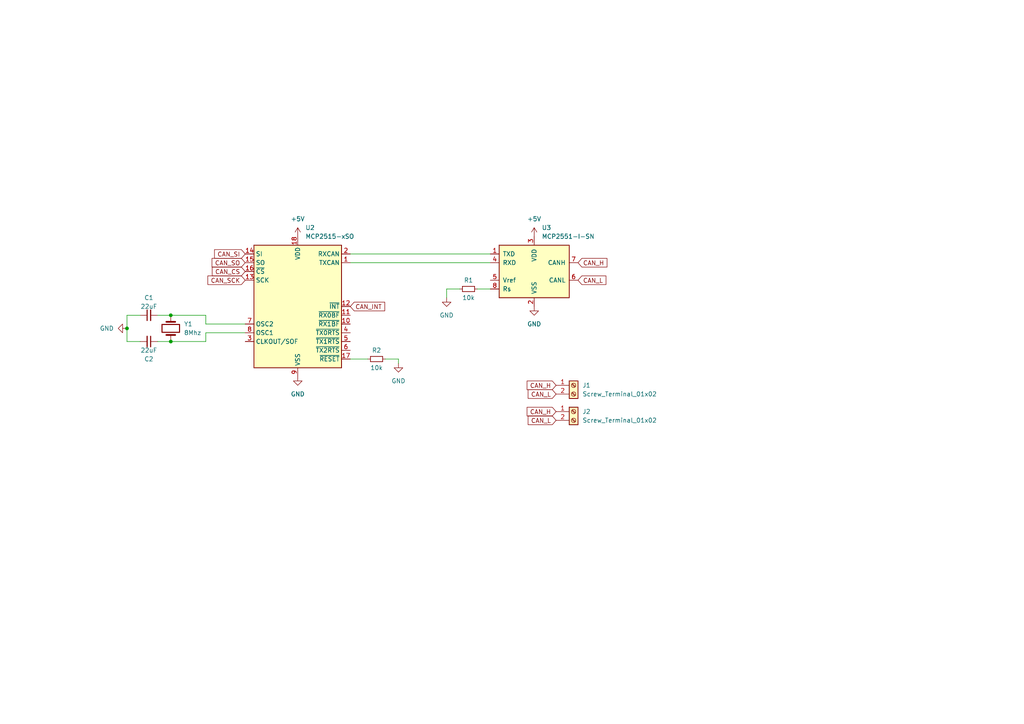
<source format=kicad_sch>
(kicad_sch (version 20230121) (generator eeschema)
  (paper "A4")
  (lib_symbols
    (symbol "Connector:Screw_Terminal_01x02" (pin_names (offset 1.016) hide)
      (property "Reference" "J" (at 0 2.54 0))
      (property "Value" "Screw_Terminal_01x02" (at 0 -5.08 0))
      (symbol "Screw_Terminal_01x02_1_1"
        (rectangle (start -1.27 1.27) (end 1.27 -3.81) (stroke (width 0.254)) (fill (type background)))
        (circle (center 0 -2.54) (radius 0.635) (stroke (width 0.1524)))
        (polyline (pts (xy -0.5334 -2.2098) (xy 0.3302 -3.048)) (stroke (width 0.1524)))
        (polyline (pts (xy -0.5334 0.3302) (xy 0.3302 -0.508)) (stroke (width 0.1524)))
        (polyline (pts (xy -0.3556 -2.032) (xy 0.508 -2.8702)) (stroke (width 0.1524)))
        (polyline (pts (xy -0.3556 0.508) (xy 0.508 -0.3302)) (stroke (width 0.1524)))
        (circle (center 0 0) (radius 0.635) (stroke (width 0.1524)))
        (pin passive line (at -5.08 0 0) (length 3.81) (name "Pin_1") (number "1"))
        (pin passive line (at -5.08 -2.54 0) (length 3.81) (name "Pin_2") (number "2"))
      )
    )
    (symbol "Device:C_Small" (pin_numbers hide) (pin_names (offset 0.254) hide)
      (property "Reference" "C" (at 0.254 1.778 0))
      (property "Value" "C_Small" (at 0.254 -2.032 0))
      (symbol "C_Small_0_1"
        (polyline (pts (xy -1.524 -0.508) (xy 1.524 -0.508)) (stroke (width 0.3302)))
        (polyline (pts (xy -1.524 0.508) (xy 1.524 0.508)) (stroke (width 0.3048)))
      )
      (symbol "C_Small_1_1"
        (pin passive line (at 0 2.54 270) (length 2.032) (name "~") (number "1"))
        (pin passive line (at 0 -2.54 90) (length 2.032) (name "~") (number "2"))
      )
    )
    (symbol "Device:Crystal" (pin_numbers hide) (pin_names (offset 1.016) hide)
      (property "Reference" "Y" (at 0 3.81 0))
      (property "Value" "Crystal" (at 0 -3.81 0))
      (symbol "Crystal_0_1"
        (rectangle (start -1.143 2.54) (end 1.143 -2.54) (stroke (width 0.3048)))
        (polyline (pts (xy -2.54 0) (xy -1.905 0)))
        (polyline (pts (xy -1.905 -1.27) (xy -1.905 1.27)) (stroke (width 0.508)))
        (polyline (pts (xy 1.905 -1.27) (xy 1.905 1.27)) (stroke (width 0.508)))
        (polyline (pts (xy 2.54 0) (xy 1.905 0)))
      )
      (symbol "Crystal_1_1"
        (pin passive line (at -3.81 0 0) (length 1.27) (name "1") (number "1"))
        (pin passive line (at 3.81 0 180) (length 1.27) (name "2") (number "2"))
      )
    )
    (symbol "Device:R_Small" (pin_numbers hide) (pin_names (offset 0.254) hide)
      (property "Reference" "R" (at 0.762 0.508 0))
      (property "Value" "R_Small" (at 0.762 -1.016 0))
      (symbol "R_Small_0_1"
        (rectangle (start -0.762 1.778) (end 0.762 -1.778) (stroke (width 0.2032)))
      )
      (symbol "R_Small_1_1"
        (pin passive line (at 0 2.54 270) (length 0.762) (name "~") (number "1"))
        (pin passive line (at 0 -2.54 90) (length 0.762) (name "~") (number "2"))
      )
    )
    (symbol "Interface_CAN_LIN:MCP2515-xSO"
      (property "Reference" "U" (at -10.16 19.685 0))
      (property "Value" "MCP2515-xSO" (at 19.05 20.32 0))
      (symbol "MCP2515-xSO_0_1"
        (rectangle (start -12.7 17.78) (end 12.7 -17.78) (stroke (width 0.254)) (fill (type background)))
      )
      (symbol "MCP2515-xSO_1_1"
        (pin output line (at 15.24 12.7 180) (length 2.54) (name "TXCAN") (number "1"))
        (pin output line (at 15.24 -5.08 180) (length 2.54) (name "~{RX1BF}") (number "10"))
        (pin output line (at 15.24 -2.54 180) (length 2.54) (name "~{RX0BF}") (number "11"))
        (pin output line (at 15.24 0 180) (length 2.54) (name "~{INT}") (number "12"))
        (pin input line (at -15.24 7.62 0) (length 2.54) (name "SCK") (number "13"))
        (pin input line (at -15.24 15.24 0) (length 2.54) (name "SI") (number "14"))
        (pin output line (at -15.24 12.7 0) (length 2.54) (name "SO") (number "15"))
        (pin input line (at -15.24 10.16 0) (length 2.54) (name "~{CS}") (number "16"))
        (pin input line (at 15.24 -15.24 180) (length 2.54) (name "~{RESET}") (number "17"))
        (pin power_in line (at 0 20.32 270) (length 2.54) (name "VDD") (number "18"))
        (pin input line (at 15.24 15.24 180) (length 2.54) (name "RXCAN") (number "2"))
        (pin output line (at -15.24 -10.16 0) (length 2.54) (name "CLKOUT/SOF") (number "3"))
        (pin input line (at 15.24 -7.62 180) (length 2.54) (name "~{TX0RTS}") (number "4"))
        (pin input line (at 15.24 -10.16 180) (length 2.54) (name "~{TX1RTS}") (number "5"))
        (pin input line (at 15.24 -12.7 180) (length 2.54) (name "~{TX2RTS}") (number "6"))
        (pin output line (at -15.24 -5.08 0) (length 2.54) (name "OSC2") (number "7"))
        (pin input line (at -15.24 -7.62 0) (length 2.54) (name "OSC1") (number "8"))
        (pin power_in line (at 0 -20.32 90) (length 2.54) (name "VSS") (number "9"))
      )
    )
    (symbol "Interface_CAN_LIN:MCP2551-I-SN" (pin_names (offset 1.016))
      (property "Reference" "U" (at -10.16 8.89 0))
      (property "Value" "MCP2551-I-SN" (at 2.54 8.89 0))
      (symbol "MCP2551-I-SN_0_1"
        (rectangle (start -10.16 7.62) (end 10.16 -7.62) (stroke (width 0.254)) (fill (type background)))
      )
      (symbol "MCP2551-I-SN_1_1"
        (pin input line (at -12.7 5.08 0) (length 2.54) (name "TXD") (number "1"))
        (pin power_in line (at 0 -10.16 90) (length 2.54) (name "VSS") (number "2"))
        (pin power_in line (at 0 10.16 270) (length 2.54) (name "VDD") (number "3"))
        (pin output line (at -12.7 2.54 0) (length 2.54) (name "RXD") (number "4"))
        (pin power_out line (at -12.7 -2.54 0) (length 2.54) (name "Vref") (number "5"))
        (pin bidirectional line (at 12.7 -2.54 180) (length 2.54) (name "CANL") (number "6"))
        (pin bidirectional line (at 12.7 2.54 180) (length 2.54) (name "CANH") (number "7"))
        (pin input line (at -12.7 -5.08 0) (length 2.54) (name "Rs") (number "8"))
      )
    )
    (symbol "power:+5V" (power) (pin_names (offset 0))
      (property "Value" "+5V" (at 0 3.556 0))
      (symbol "+5V_0_1"
        (polyline (pts (xy -0.762 1.27) (xy 0 2.54)))
        (polyline (pts (xy 0 0) (xy 0 2.54)))
        (polyline (pts (xy 0 2.54) (xy 0.762 1.27)))
      )
      (symbol "+5V_1_1"
        (pin power_in line (at 0 0 90) (length 0) hide (name "+5V") (number "1"))
      )
    )
    (symbol "power:GND" (power) (pin_names (offset 0))
      (property "Value" "GND" (at 0 -3.81 0))
      (symbol "GND_0_1"
        (polyline (pts (xy 0 0) (xy 0 -1.27) (xy 1.27 -1.27) (xy 0 -2.54) (xy -1.27 -1.27) (xy 0 -1.27)))
      )
      (symbol "GND_1_1"
        (pin power_in line (at 0 0 270) (length 0) hide (name "GND") (number "1"))
      )
    )
  )
  (junction (at 49.53 99.06))
  (junction (at 49.53 91.44))
  (junction (at 36.83 95.25))
  (wire (pts (xy 138.43 83.82) (xy 142.24 83.82)))
  (wire (pts (xy 49.53 99.06) (xy 59.69 99.06)))
  (wire (pts (xy 129.54 83.82) (xy 133.35 83.82)))
  (wire (pts (xy 59.69 93.98) (xy 71.12 93.98)))
  (wire (pts (xy 101.6 104.14) (xy 106.68 104.14)))
  (wire (pts (xy 36.83 95.25) (xy 36.83 91.44)))
  (wire (pts (xy 45.72 91.44) (xy 49.53 91.44)))
  (wire (pts (xy 59.69 96.52) (xy 71.12 96.52)))
  (wire (pts (xy 59.69 99.06) (xy 59.69 96.52)))
  (wire (pts (xy 115.57 104.14) (xy 115.57 105.41)))
  (wire (pts (xy 111.76 104.14) (xy 115.57 104.14)))
  (wire (pts (xy 101.6 73.66) (xy 142.24 73.66)))
  (wire (pts (xy 36.83 99.06) (xy 40.64 99.06)))
  (wire (pts (xy 36.83 91.44) (xy 40.64 91.44)))
  (wire (pts (xy 101.6 76.2) (xy 142.24 76.2)))
  (wire (pts (xy 59.69 91.44) (xy 59.69 93.98)))
  (wire (pts (xy 49.53 91.44) (xy 59.69 91.44)))
  (wire (pts (xy 36.83 95.25) (xy 36.83 99.06)))
  (wire (pts (xy 129.54 86.36) (xy 129.54 83.82)))
  (wire (pts (xy 45.72 99.06) (xy 49.53 99.06)))
  (global_label "CAN_L" (shape input) (at 167.64 81.28 0) (property "Intersheetrefs" "${INTERSHEET_REFS}" (at 176.31 81.28 0) (effects (justify left))))
  (global_label "CAN_SCK" (shape input) (at 71.12 81.28 180) (property "Intersheetrefs" "${INTERSHEET_REFS}" (at 59.7286 81.28 0) (effects (justify right))))
  (global_label "CAN_H" (shape input) (at 167.64 76.2 0) (property "Intersheetrefs" "${INTERSHEET_REFS}" (at 176.6124 76.2 0) (effects (justify left))))
  (global_label "CAN_SI" (shape input) (at 71.12 73.66 180) (property "Intersheetrefs" "${INTERSHEET_REFS}" (at 61.6638 73.66 0) (effects (justify right))))
  (global_label "CAN_L" (shape input) (at 161.29 114.3 180) (property "Intersheetrefs" "${INTERSHEET_REFS}" (at 152.62 114.3 0) (effects (justify right))))
  (global_label "CAN_L" (shape input) (at 161.29 121.92 180) (property "Intersheetrefs" "${INTERSHEET_REFS}" (at 152.62 121.92 0) (effects (justify right))))
  (global_label "CAN_SO" (shape input) (at 71.12 76.2 180) (property "Intersheetrefs" "${INTERSHEET_REFS}" (at 60.9381 76.2 0) (effects (justify right))))
  (global_label "CAN_CS" (shape input) (at 71.12 78.74 180) (property "Intersheetrefs" "${INTERSHEET_REFS}" (at 60.9986 78.74 0) (effects (justify right))))
  (global_label "CAN_H" (shape input) (at 161.29 111.76 180) (property "Intersheetrefs" "${INTERSHEET_REFS}" (at 152.3176 111.76 0) (effects (justify right))))
  (global_label "CAN_INT" (shape input) (at 101.6 88.9 0) (property "Intersheetrefs" "${INTERSHEET_REFS}" (at 112.1448 88.9 0) (effects (justify left))))
  (global_label "CAN_H" (shape input) (at 161.29 119.38 180) (property "Intersheetrefs" "${INTERSHEET_REFS}" (at 152.3176 119.38 0) (effects (justify right))))
  (symbol (lib_id "power:GND") (at 154.94 88.9 0) (unit 1)
    (property "Reference" "#PWR03" (effects hide))
    (property "Value" "GND" (at 154.94 93.98 0))
  )
  (symbol (lib_id "Device:R_Small") (at 135.89 83.82 270) (unit 1)
    (property "Reference" "R1" (at 135.89 81.28 90))
    (property "Value" "10k" (at 135.89 86.36 90))
    (property "Footprint" "Resistor_SMD:R_0805_2012Metric_Pad1.20x1.40mm_HandSolder" (effects hide))
  )
  (symbol (lib_id "Device:C_Small") (at 43.18 99.06 270) (unit 1)
    (property "Reference" "C2" (at 43.18 104.14 90))
    (property "Value" "22uF" (at 43.18 101.6 90))
    (property "Footprint" "Capacitor_SMD:C_0805_2012Metric_Pad1.18x1.45mm_HandSolder" (effects hide))
  )
  (symbol (lib_id "Connector:Screw_Terminal_01x02") (at 166.37 111.76 0) (unit 1)
    (property "Reference" "J1" (at 168.91 111.76 0) (effects (justify left)))
    (property "Value" "Screw_Terminal_01x02" (at 168.91 114.3 0) (effects (justify left)))
    (property "Footprint" "TerminalBlock_TE-Connectivity:TerminalBlock_TE_282834-2_1x02_P2.54mm_Horizontal" (effects hide))
  )
  (symbol (lib_id "Interface_CAN_LIN:MCP2515-xSO") (at 86.36 88.9 0) (unit 1)
    (property "Reference" "U2" (at 88.5541 66.04 0) (effects (justify left)))
    (property "Value" "MCP2515-xSO" (at 88.5541 68.58 0) (effects (justify left)))
    (property "Footprint" "Package_SO:SOIC-18W_7.5x11.6mm_P1.27mm" (effects hide))
    (property "Datasheet" "http://ww1.microchip.com/downloads/en/DeviceDoc/21801e.pdf" (effects hide))
  )
  (symbol (lib_id "power:GND") (at 36.83 95.25 270) (unit 1)
    (property "Reference" "#PWR04" (effects hide))
    (property "Value" "GND" (at 33.02 95.25 90) (effects (justify right)))
  )
  (symbol (lib_id "Interface_CAN_LIN:MCP2551-I-SN") (at 154.94 78.74 0) (unit 1)
    (property "Reference" "U3" (at 157.1341 66.04 0) (effects (justify left)))
    (property "Value" "MCP2551-I-SN" (at 157.1341 68.58 0) (effects (justify left)))
    (property "Footprint" "Package_SO:SOIC-8_3.9x4.9mm_P1.27mm" (effects hide))
    (property "Datasheet" "http://ww1.microchip.com/downloads/en/devicedoc/21667d.pdf" (effects hide))
  )
  (symbol (lib_id "power:+5V") (at 86.36 68.58 0) (unit 1)
    (property "Reference" "#PWR06" (effects hide))
    (property "Value" "+5V" (at 86.36 63.5 0))
  )
  (symbol (lib_id "Device:R_Small") (at 109.22 104.14 270) (unit 1)
    (property "Reference" "R2" (at 109.22 101.6 90))
    (property "Value" "10k" (at 109.22 106.68 90))
    (property "Footprint" "Resistor_SMD:R_0805_2012Metric_Pad1.20x1.40mm_HandSolder" (effects hide))
  )
  (symbol (lib_id "Connector:Screw_Terminal_01x02") (at 166.37 119.38 0) (unit 1)
    (property "Reference" "J2" (at 168.91 119.38 0) (effects (justify left)))
    (property "Value" "Screw_Terminal_01x02" (at 168.91 121.92 0) (effects (justify left)))
    (property "Footprint" "TerminalBlock_TE-Connectivity:TerminalBlock_TE_282834-2_1x02_P2.54mm_Horizontal" (effects hide))
  )
  (symbol (lib_id "power:+5V") (at 154.94 68.58 0) (unit 1)
    (property "Reference" "#PWR02" (effects hide))
    (property "Value" "+5V" (at 154.94 63.5 0))
  )
  (symbol (lib_id "Device:Crystal") (at 49.53 95.25 90) (unit 1)
    (property "Reference" "Y1" (at 53.34 93.98 90) (effects (justify right)))
    (property "Value" "8Mhz" (at 53.34 96.52 90) (effects (justify right)))
  )
  (symbol (lib_id "power:GND") (at 115.57 105.41 0) (unit 1)
    (property "Reference" "#PWR07" (effects hide))
    (property "Value" "GND" (at 115.57 110.49 0))
  )
  (symbol (lib_id "power:GND") (at 129.54 86.36 0) (unit 1)
    (property "Reference" "#PWR01" (effects hide))
    (property "Value" "GND" (at 129.54 91.44 0))
  )
  (symbol (lib_id "Device:C_Small") (at 43.18 91.44 90) (unit 1)
    (property "Reference" "C1" (at 43.18 86.36 90))
    (property "Value" "22uF" (at 43.18 88.9 90))
    (property "Footprint" "Capacitor_SMD:C_0805_2012Metric_Pad1.18x1.45mm_HandSolder" (effects hide))
  )
  (symbol (lib_id "power:GND") (at 86.36 109.22 0) (unit 1)
    (property "Reference" "#PWR05" (effects hide))
    (property "Value" "GND" (at 86.36 114.3 0))
  )
)
</source>
